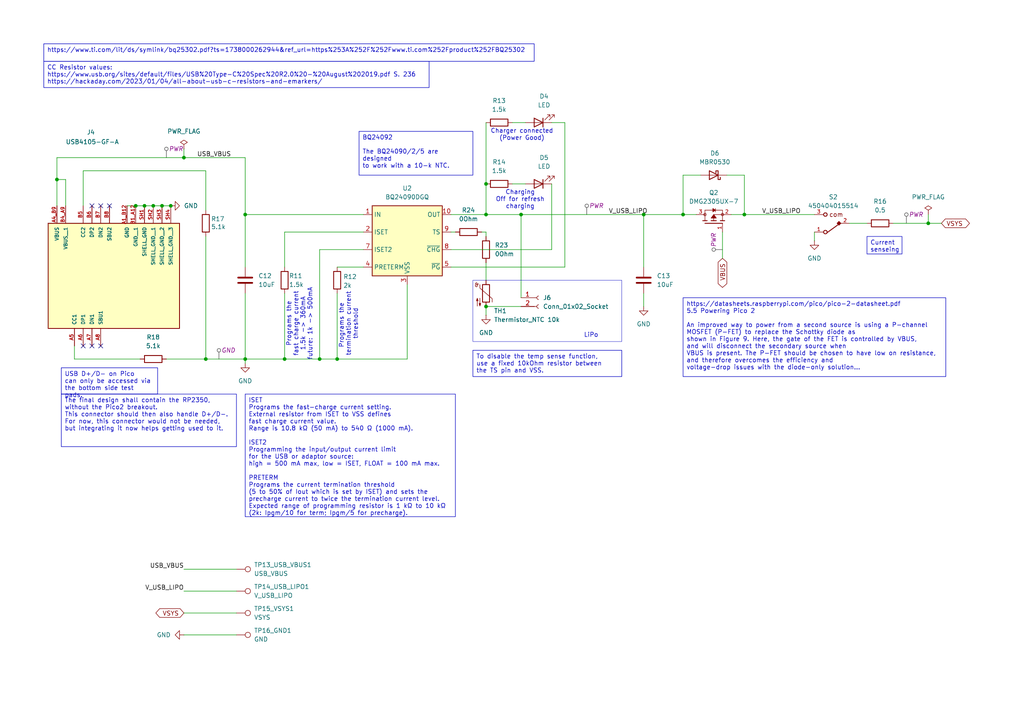
<source format=kicad_sch>
(kicad_sch (version 20231120) (generator "eeschema") (generator_version "8.0")
  (paper "A4")
  (title_block (title "ZEReader-Pico") (date "{kibot_date}") (rev "v1") (company "Anna-Lena Marx") (comment 1 "Bachelorthesis") (comment 4 "Git revision: {kibot_git-hash}"))
  (lib_symbols
    (symbol "450404015514:450404015514" (pin_names (offset 1.016))
      (property "Reference" "S" (at 2.14 4.11 0))
      (property "Value" "450404015514" (at -2.41 -5.12 0))
      (symbol "450404015514_0_0"
        (polyline (pts (xy -1.646 0.5) (xy 1.4 2.7)) (stroke (width 0.254)))
        (polyline (pts (xy -2.032 -0.508) (xy -2.54 0) (xy -2.032 0.508) (xy -1.524 0) (xy -2.032 -0.508)) (stroke (width 0.254)) (fill (type outline)))
        (circle (center 1.905 -2.54) (radius 0.508) (stroke (width 0.254)))
        (circle (center 1.905 2.54) (radius 0.508) (stroke (width 0.254)))
        (text "com" (at -3.3 -1.8 0) (effects (font (size 1.27 1.27)) (justify left bottom)))
        (pin passive line (at 5.08 2.54 180) (length 2.54) (name "~") (number "1"))
        (pin passive line (at -5.08 0 0) (length 2.54) (name "~") (number "2"))
        (pin passive line (at 5.08 -2.54 180) (length 2.54) (name "~") (number "3"))
      )
    )
    (symbol "Battery_Management:BQ24090DGQ"
      (property "Reference" "U" (at -9.398 13.462 0))
      (property "Value" "BQ24090DGQ" (at -3.81 11.43 0))
      (symbol "BQ24090DGQ_0_1"
        (rectangle (start -10.16 10.16) (end 10.16 -10.16) (stroke (width 0.254)) (fill (type background)))
      )
      (symbol "BQ24090DGQ_1_1"
        (pin power_in line (at -12.7 7.62 0) (length 2.54) (name "IN") (number "1"))
        (pin power_out line (at 12.7 7.62 180) (length 2.54) (name "OUT") (number "10"))
        (pin passive line (at 0 -12.7 90) (length 2.54) hide (name "VSS") (number "11"))
        (pin passive line (at -12.7 2.54 0) (length 2.54) (name "ISET") (number "2"))
        (pin power_in line (at 0 -12.7 90) (length 2.54) (name "VSS") (number "3"))
        (pin passive line (at -12.7 -7.62 0) (length 2.54) (name "PRETERM") (number "4"))
        (pin open_collector line (at 12.7 -7.62 180) (length 2.54) (name "~{PG}") (number "5"))
        (pin no_connect line (at 5.08 -10.16 90) (length 2.54) hide (name "NC") (number "6"))
        (pin passive line (at -12.7 -2.54 0) (length 2.54) (name "ISET2") (number "7"))
        (pin open_collector line (at 12.7 -2.54 180) (length 2.54) (name "~{CHG}") (number "8"))
        (pin passive line (at 12.7 2.54 180) (length 2.54) (name "TS") (number "9"))
      )
    )
    (symbol "Connector:Conn_01x02_Socket" (pin_names (offset 1.016) hide)
      (property "Reference" "J" (at 0 2.54 0))
      (property "Value" "Conn_01x02_Socket" (at 0 -5.08 0))
      (symbol "Conn_01x02_Socket_1_1"
        (arc (start 0 -2.032) (mid -0.5058 -2.54) (end 0 -3.048) (stroke (width 0.1524)))
        (polyline (pts (xy -1.27 -2.54) (xy -0.508 -2.54)) (stroke (width 0.1524)))
        (polyline (pts (xy -1.27 0) (xy -0.508 0)) (stroke (width 0.1524)))
        (arc (start 0 0.508) (mid -0.5058 0) (end 0 -0.508) (stroke (width 0.1524)))
        (pin passive line (at -5.08 0 0) (length 3.81) (name "Pin_1") (number "1"))
        (pin passive line (at -5.08 -2.54 0) (length 3.81) (name "Pin_2") (number "2"))
      )
    )
    (symbol "Connector:TestPoint" (pin_numbers hide) (pin_names (offset 0.762) hide)
      (property "Reference" "TP" (at 0 6.858 0))
      (property "Value" "TestPoint" (at 0 5.08 0))
      (symbol "TestPoint_0_1"
        (circle (center 0 3.302) (radius 0.762))
      )
      (symbol "TestPoint_1_1"
        (pin passive line (at 0 0 90) (length 2.54) (name "1") (number "1"))
      )
    )
    (symbol "DMG2305UX-7:DMG2305UX-7" (pin_names (offset 1.016))
      (property "Reference" "Q" (at -8.89 3.81 0))
      (property "Value" "DMG2305UX-7" (at -8.89 -6.35 0))
      (symbol "DMG2305UX-7_0_0"
        (polyline (pts (xy 0 -2.54) (xy 0 2.54)) (stroke (width 0.254)))
        (polyline (pts (xy 0.762 -3.175) (xy 0.762 -2.54)) (stroke (width 0.254)))
        (polyline (pts (xy 0.762 -2.54) (xy 0.762 -1.905)) (stroke (width 0.254)))
        (polyline (pts (xy 0.762 -2.54) (xy 2.54 -2.54)) (stroke (width 0.1524)))
        (polyline (pts (xy 0.762 -0.762) (xy 0.762 0)) (stroke (width 0.254)))
        (polyline (pts (xy 0.762 0) (xy 0.762 0.762)) (stroke (width 0.254)))
        (polyline (pts (xy 0.762 0) (xy 2.54 0)) (stroke (width 0.1524)))
        (polyline (pts (xy 0.762 1.905) (xy 0.762 2.54)) (stroke (width 0.254)))
        (polyline (pts (xy 0.762 2.54) (xy 0.762 3.175)) (stroke (width 0.254)))
        (polyline (pts (xy 2.54 -2.54) (xy 2.54 0)) (stroke (width 0.1524)))
        (polyline (pts (xy 2.54 -2.54) (xy 3.81 -2.54)) (stroke (width 0.1524)))
        (polyline (pts (xy 2.54 2.54) (xy 0.762 2.54)) (stroke (width 0.1524)))
        (polyline (pts (xy 2.54 2.54) (xy 3.81 2.54)) (stroke (width 0.1524)))
        (polyline (pts (xy 3.81 -0.508) (xy 3.302 -0.508)) (stroke (width 0.1524)))
        (polyline (pts (xy 3.81 -0.508) (xy 3.81 -2.54)) (stroke (width 0.1524)))
        (polyline (pts (xy 3.81 2.54) (xy 3.81 -0.508)) (stroke (width 0.1524)))
        (polyline (pts (xy 4.318 -0.508) (xy 3.81 -0.508)) (stroke (width 0.1524)))
        (polyline (pts (xy 2.54 0) (xy 1.524 0.762) (xy 1.524 -0.762) (xy 2.54 0)) (stroke (width 0.1524)) (fill (type outline)))
        (polyline (pts (xy 3.81 -0.508) (xy 3.302 0.254) (xy 4.318 0.254) (xy 3.81 -0.508)) (stroke (width 0.1524)) (fill (type outline)))
        (circle (center 2.54 -2.54) (radius 0.3592))
        (circle (center 2.54 2.54) (radius 0.3592))
        (pin passive line (at -2.54 -2.54 0) (length 2.54) (name "~") (number "1"))
        (pin passive line (at 2.54 -5.08 90) (length 2.54) (name "~") (number "2"))
        (pin passive line (at 2.54 5.08 270) (length 2.54) (name "~") (number "3"))
      )
    )
    (symbol "Device:C" (pin_numbers hide) (pin_names (offset 0.254))
      (property "Reference" "C" (at 0.635 2.54 0))
      (property "Value" "C" (at 0.635 -2.54 0))
      (symbol "C_0_1"
        (polyline (pts (xy -2.032 -0.762) (xy 2.032 -0.762)) (stroke (width 0.508)))
        (polyline (pts (xy -2.032 0.762) (xy 2.032 0.762)) (stroke (width 0.508)))
      )
      (symbol "C_1_1"
        (pin passive line (at 0 3.81 270) (length 2.794) (name "~") (number "1"))
        (pin passive line (at 0 -3.81 90) (length 2.794) (name "~") (number "2"))
      )
    )
    (symbol "Device:LED" (pin_numbers hide) (pin_names (offset 1.016) hide)
      (property "Reference" "D" (at 0 2.54 0))
      (property "Value" "LED" (at 0 -2.54 0))
      (symbol "LED_0_1"
        (polyline (pts (xy -1.27 -1.27) (xy -1.27 1.27)) (stroke (width 0.254)))
        (polyline (pts (xy -1.27 0) (xy 1.27 0)))
        (polyline (pts (xy 1.27 -1.27) (xy 1.27 1.27) (xy -1.27 0) (xy 1.27 -1.27)) (stroke (width 0.254)))
        (polyline (pts (xy -3.048 -0.762) (xy -4.572 -2.286) (xy -3.81 -2.286) (xy -4.572 -2.286) (xy -4.572 -1.524)))
        (polyline (pts (xy -1.778 -0.762) (xy -3.302 -2.286) (xy -2.54 -2.286) (xy -3.302 -2.286) (xy -3.302 -1.524)))
      )
      (symbol "LED_1_1"
        (pin passive line (at -3.81 0 0) (length 2.54) (name "K") (number "1"))
        (pin passive line (at 3.81 0 180) (length 2.54) (name "A") (number "2"))
      )
    )
    (symbol "Device:R" (pin_numbers hide) (pin_names (offset 0))
      (property "Reference" "R" (at 2.032 0 90))
      (property "Value" "R" (at 0 0 90))
      (symbol "R_0_1"
        (rectangle (start -1.016 -2.54) (end 1.016 2.54) (stroke (width 0.254)))
      )
      (symbol "R_1_1"
        (pin passive line (at 0 3.81 270) (length 1.27) (name "~") (number "1"))
        (pin passive line (at 0 -3.81 90) (length 1.27) (name "~") (number "2"))
      )
    )
    (symbol "Device:Thermistor_NTC" (pin_numbers hide) (pin_names (offset 0))
      (property "Reference" "TH" (at -4.445 0 90))
      (property "Value" "Thermistor_NTC" (at 3.175 0 90))
      (symbol "Thermistor_NTC_0_1"
        (arc (start -3.048 2.159) (mid -3.0495 2.3143) (end -3.175 2.413))
        (arc (start -3.048 2.159) (mid -2.9736 1.9794) (end -2.794 1.905))
        (arc (start -3.048 2.794) (mid -2.9736 2.6144) (end -2.794 2.54))
        (arc (start -2.794 1.905) (mid -2.6144 1.9794) (end -2.54 2.159))
        (arc (start -2.794 2.54) (mid -2.4393 2.5587) (end -2.159 2.794))
        (arc (start -2.794 3.048) (mid -2.9736 2.9736) (end -3.048 2.794))
        (arc (start -2.54 2.794) (mid -2.6144 2.9736) (end -2.794 3.048))
        (rectangle (start -1.016 2.54) (end 1.016 -2.54) (stroke (width 0.254)))
        (polyline (pts (xy -2.54 2.159) (xy -2.54 2.794)))
        (polyline (pts (xy -1.778 2.54) (xy -1.778 1.524) (xy 1.778 -1.524) (xy 1.778 -2.54)))
        (polyline (pts (xy -2.54 -3.683) (xy -2.54 -1.397) (xy -2.794 -2.159) (xy -2.286 -2.159) (xy -2.54 -1.397) (xy -2.54 -1.651)) (fill (type outline)))
        (polyline (pts (xy -1.778 -1.397) (xy -1.778 -3.683) (xy -2.032 -2.921) (xy -1.524 -2.921) (xy -1.778 -3.683) (xy -1.778 -3.429)) (fill (type outline)))
      )
      (symbol "Thermistor_NTC_1_1"
        (pin passive line (at 0 3.81 270) (length 1.27) (name "~") (number "1"))
        (pin passive line (at 0 -3.81 90) (length 1.27) (name "~") (number "2"))
      )
    )
    (symbol "Diode:MBR0530" (pin_numbers hide) (pin_names (offset 1.016) hide)
      (property "Reference" "D" (at 0 2.54 0))
      (property "Value" "MBR0530" (at 0 -2.54 0))
      (symbol "MBR0530_0_1"
        (polyline (pts (xy 1.27 0) (xy -1.27 0)))
        (polyline (pts (xy 1.27 1.27) (xy 1.27 -1.27) (xy -1.27 0) (xy 1.27 1.27)) (stroke (width 0.254)))
        (polyline (pts (xy -1.905 0.635) (xy -1.905 1.27) (xy -1.27 1.27) (xy -1.27 -1.27) (xy -0.635 -1.27) (xy -0.635 -0.635)) (stroke (width 0.254)))
      )
      (symbol "MBR0530_1_1"
        (pin passive line (at -3.81 0 0) (length 2.54) (name "K") (number "1"))
        (pin passive line (at 3.81 0 180) (length 2.54) (name "A") (number "2"))
      )
    )
    (symbol "USB4105-GF-A:USB4105-GF-A" (pin_names (offset 1.016))
      (property "Reference" "J" (at -15.24 13.97 0))
      (property "Value" "USB4105-GF-A" (at -15.24 -27.94 0))
      (symbol "USB4105-GF-A_0_0"
        (rectangle (start -15.24 -25.4) (end 15.24 12.7) (stroke (width 0.254)) (fill (type background)))
        (pin power_in line (at 20.32 -10.16 180) (length 5.08) (name "GND") (number "A1_B12"))
        (pin power_in line (at 20.32 10.16 180) (length 5.08) (name "VBUS") (number "A4_B9"))
        (pin bidirectional line (at -20.32 5.08 0) (length 5.08) (name "CC1") (number "A5"))
        (pin bidirectional line (at -20.32 2.54 0) (length 5.08) (name "DP1") (number "A6"))
        (pin bidirectional line (at -20.32 0 0) (length 5.08) (name "DN1") (number "A7"))
        (pin bidirectional line (at -20.32 -2.54 0) (length 5.08) (name "SBU1") (number "A8"))
        (pin power_in line (at 20.32 -12.7 180) (length 5.08) (name "GND__1") (number "B1_A12"))
        (pin power_in line (at 20.32 7.62 180) (length 5.08) (name "VBUS__1") (number "B4_A9"))
        (pin bidirectional line (at 20.32 2.54 180) (length 5.08) (name "CC2") (number "B5"))
        (pin bidirectional line (at 20.32 0 180) (length 5.08) (name "DP2") (number "B6"))
        (pin bidirectional line (at 20.32 -2.54 180) (length 5.08) (name "DN2") (number "B7"))
        (pin bidirectional line (at 20.32 -5.08 180) (length 5.08) (name "SBU2") (number "B8"))
        (pin power_in line (at 20.32 -15.24 180) (length 5.08) (name "SHELL_GND") (number "SH1"))
        (pin power_in line (at 20.32 -17.78 180) (length 5.08) (name "SHELL_GND__1") (number "SH2"))
        (pin power_in line (at 20.32 -20.32 180) (length 5.08) (name "SHELL_GND__2") (number "SH3"))
        (pin power_in line (at 20.32 -22.86 180) (length 5.08) (name "SHELL_GND__3") (number "SH4"))
      )
    )
    (symbol "power:GND" (power) (pin_numbers hide) (pin_names (offset 0) hide)
      (property "Value" "GND" (at 0 -3.81 0))
      (symbol "GND_0_1"
        (polyline (pts (xy 0 0) (xy 0 -1.27) (xy 1.27 -1.27) (xy 0 -2.54) (xy -1.27 -1.27) (xy 0 -1.27)))
      )
      (symbol "GND_1_1"
        (pin power_in line (at 0 0 270) (length 0) (name "~") (number "1"))
      )
    )
    (symbol "power:PWR_FLAG" (power) (pin_numbers hide) (pin_names (offset 0) hide)
      (property "Value" "PWR_FLAG" (at 0 3.81 0))
      (symbol "PWR_FLAG_0_0"
        (pin power_out line (at 0 0 90) (length 0) (name "~") (number "1"))
      )
      (symbol "PWR_FLAG_0_1"
        (polyline (pts (xy 0 0) (xy 0 1.27) (xy -1.016 1.905) (xy 0 2.54) (xy 1.016 1.905) (xy 0 1.27)))
      )
    )
  )
  (junction (at 39.37 59.69))
  (junction (at 46.99 59.69))
  (junction (at 140.97 53.34))
  (junction (at 186.69 62.23))
  (junction (at 215.9 62.23))
  (junction (at 71.12 62.23))
  (junction (at 198.12 62.23))
  (junction (at 269.24 64.77))
  (junction (at 140.97 88.9))
  (junction (at 59.69 104.14))
  (junction (at 151.13 62.23))
  (junction (at 71.12 104.14))
  (junction (at 97.79 104.14))
  (junction (at 16.51 52.07))
  (junction (at 140.97 62.23))
  (junction (at 92.71 104.14))
  (junction (at 49.53 59.69))
  (junction (at 82.55 104.14))
  (junction (at 41.91 59.69))
  (junction (at 53.34 45.72))
  (junction (at 44.45 59.69))
  (no_connect (at 29.21 100.33))
  (no_connect (at 29.21 59.69))
  (no_connect (at 31.75 59.69))
  (no_connect (at 24.13 100.33))
  (no_connect (at 26.67 100.33))
  (no_connect (at 26.67 59.69))
  (wire (pts (xy 259.08 64.77) (xy 269.24 64.77)))
  (wire (pts (xy 97.79 104.14) (xy 92.71 104.14)))
  (wire (pts (xy 186.69 62.23) (xy 186.69 77.47)))
  (wire (pts (xy 53.34 177.8) (xy 68.58 177.8)))
  (wire (pts (xy 163.83 77.47) (xy 130.81 77.47)))
  (wire (pts (xy 48.26 104.14) (xy 59.69 104.14)))
  (wire (pts (xy 160.02 35.56) (xy 163.83 35.56)))
  (wire (pts (xy 71.12 104.14) (xy 82.55 104.14)))
  (wire (pts (xy 24.13 49.53) (xy 24.13 59.69)))
  (wire (pts (xy 19.05 59.69) (xy 19.05 52.07)))
  (wire (pts (xy 82.55 104.14) (xy 92.71 104.14)))
  (wire (pts (xy 21.59 104.14) (xy 21.59 100.33)))
  (wire (pts (xy 203.2 50.8) (xy 198.12 50.8)))
  (wire (pts (xy 36.83 59.69) (xy 39.37 59.69)))
  (wire (pts (xy 140.97 88.9) (xy 140.97 91.44)))
  (wire (pts (xy 140.97 76.2) (xy 140.97 81.28)))
  (wire (pts (xy 41.91 59.69) (xy 44.45 59.69)))
  (wire (pts (xy 82.55 85.09) (xy 82.55 104.14)))
  (wire (pts (xy 71.12 85.09) (xy 71.12 104.14)))
  (wire (pts (xy 53.34 171.45) (xy 68.58 171.45)))
  (wire (pts (xy 236.22 69.85) (xy 236.22 67.31)))
  (wire (pts (xy 97.79 77.47) (xy 105.41 77.47)))
  (wire (pts (xy 68.58 184.15) (xy 53.34 184.15)))
  (wire (pts (xy 46.99 59.69) (xy 49.53 59.69)))
  (wire (pts (xy 105.41 67.31) (xy 82.55 67.31)))
  (wire (pts (xy 148.59 35.56) (xy 152.4 35.56)))
  (wire (pts (xy 198.12 50.8) (xy 198.12 62.23)))
  (wire (pts (xy 151.13 62.23) (xy 140.97 62.23)))
  (wire (pts (xy 71.12 62.23) (xy 71.12 77.47)))
  (wire (pts (xy 186.69 85.09) (xy 186.69 88.9)))
  (wire (pts (xy 151.13 62.23) (xy 151.13 86.36)))
  (wire (pts (xy 97.79 85.09) (xy 97.79 104.14)))
  (wire (pts (xy 160.02 53.34) (xy 160.02 72.39)))
  (wire (pts (xy 92.71 72.39) (xy 92.71 104.14)))
  (wire (pts (xy 118.11 104.14) (xy 97.79 104.14)))
  (wire (pts (xy 215.9 62.23) (xy 212.09 62.23)))
  (wire (pts (xy 16.51 52.07) (xy 16.51 59.69)))
  (wire (pts (xy 16.51 45.72) (xy 53.34 45.72)))
  (wire (pts (xy 209.55 67.31) (xy 209.55 74.93)))
  (wire (pts (xy 71.12 62.23) (xy 105.41 62.23)))
  (wire (pts (xy 59.69 104.14) (xy 71.12 104.14)))
  (wire (pts (xy 148.59 53.34) (xy 152.4 53.34)))
  (wire (pts (xy 16.51 45.72) (xy 16.51 52.07)))
  (wire (pts (xy 198.12 62.23) (xy 186.69 62.23)))
  (wire (pts (xy 140.97 88.9) (xy 151.13 88.9)))
  (wire (pts (xy 105.41 72.39) (xy 92.71 72.39)))
  (wire (pts (xy 59.69 49.53) (xy 24.13 49.53)))
  (wire (pts (xy 210.82 50.8) (xy 215.9 50.8)))
  (wire (pts (xy 186.69 62.23) (xy 151.13 62.23)))
  (wire (pts (xy 269.24 64.77) (xy 273.05 64.77)))
  (wire (pts (xy 71.12 45.72) (xy 71.12 62.23)))
  (wire (pts (xy 160.02 72.39) (xy 130.81 72.39)))
  (wire (pts (xy 269.24 62.23) (xy 269.24 64.77)))
  (wire (pts (xy 59.69 49.53) (xy 59.69 60.96)))
  (wire (pts (xy 130.81 62.23) (xy 140.97 62.23)))
  (wire (pts (xy 59.69 68.58) (xy 59.69 104.14)))
  (wire (pts (xy 215.9 62.23) (xy 236.22 62.23)))
  (wire (pts (xy 53.34 45.72) (xy 71.12 45.72)))
  (wire (pts (xy 246.38 64.77) (xy 251.46 64.77)))
  (wire (pts (xy 140.97 62.23) (xy 140.97 53.34)))
  (wire (pts (xy 215.9 50.8) (xy 215.9 62.23)))
  (wire (pts (xy 82.55 67.31) (xy 82.55 77.47)))
  (wire (pts (xy 44.45 59.69) (xy 46.99 59.69)))
  (wire (pts (xy 39.37 59.69) (xy 41.91 59.69)))
  (wire (pts (xy 53.34 165.1) (xy 68.58 165.1)))
  (wire (pts (xy 140.97 35.56) (xy 140.97 53.34)))
  (wire (pts (xy 130.81 67.31) (xy 132.08 67.31)))
  (wire (pts (xy 139.7 67.31) (xy 140.97 67.31)))
  (wire (pts (xy 71.12 104.14) (xy 71.12 105.41)))
  (wire (pts (xy 198.12 62.23) (xy 201.93 62.23)))
  (wire (pts (xy 53.34 43.18) (xy 53.34 45.72)))
  (wire (pts (xy 21.59 104.14) (xy 40.64 104.14)))
  (wire (pts (xy 118.11 82.55) (xy 118.11 104.14)))
  (wire (pts (xy 19.05 52.07) (xy 16.51 52.07)))
  (wire (pts (xy 140.97 67.31) (xy 140.97 68.58)))
  (wire (pts (xy 163.83 35.56) (xy 163.83 77.47)))
  (rectangle (start 137.16 81.28) (end 180.34 99.06) (stroke (width 0.1)))
  (text_box "CC Resistor values:\nhttps://www.usb.org/sites/default/files/USB%20Type-C%20Spec%20R2.0%20-%20August%202019.pdf S. 236\nhttps://hackaday.com/2023/01/04/all-about-usb-c-resistors-and-emarkers/" (at 12.7 17.78 0) (size 111.76 7.62) (effects (font (size 1.27 1.27)) (justify left top)))
  (text_box "To disable the temp sense function, \nuse a fixed 10kOhm resistor between \nthe TS pin and VSS." (at 137.16 101.6 0) (size 43.18 7.62) (effects (font (size 1.27 1.27)) (justify left top)))
  (text_box "BQ24092\n\nThe BQ24090/2/5 are designed\nto work with a 10-k NTC." (at 104.14 38.1 0) (size 33.02 12.7) (effects (font (size 1.27 1.27)) (justify left top)))
  (text_box "https://www.ti.com/lit/ds/symlink/bq25302.pdf?ts=1738000262944&ref_url=https%253A%252F%252Fwww.ti.com%252Fproduct%252FBQ25302" (at 12.7 12.7 0) (size 142.24 5.08) (effects (font (size 1.27 1.27)) (justify left top)))
  (text_box "https://datasheets.raspberrypi.com/pico/pico-2-datasheet.pdf\n5.5 Powering Pico 2\n\nAn improved way to power from a second source is using a P-channel \nMOSFET (P-FET) to replace the Schottky diode as\nshown in Figure 9. Here, the gate of the FET is controlled by VBUS,\nand will disconnect the secondary source when\nVBUS is present. The P-FET should be chosen to have low on resistance,\nand therefore overcomes the efficiency and\nvoltage-drop issues with the diode-only solution..." (at 198.12 86.36 0) (size 76.2 22.86) (effects (font (size 1.27 1.27)) (justify left top)))
  (text_box "ISET\nPrograms the fast-charge current setting.\nExternal resistor from ISET to VSS defines \nfast charge current value.\nRange is 10.8 kΩ (50 mA) to 540 Ω (1000 mA).\n\nISET2\nProgramming the input/output current limit \nfor the USB or adaptor source:\nhigh = 500 mA max, low = ISET, FLOAT = 100 mA max.\n\nPRETERM\nPrograms the current termination threshold \n(5 to 50% of Iout which is set by ISET) and sets the \nprecharge current to twice the termination current level.\nExpected range of programming resistor is 1 kΩ to 10 kΩ\n(2k: Ipgm/10 for term; Ipgm/5 for precharge)." (at 71.12 114.3 0) (size 60.96 35.56) (effects (font (size 1.27 1.27)) (justify left top)))
  (text_box "The final design shall contain the RP2350,\nwithout the Pico2 breakout.\nThis connector should then also handle D+/D-.\nFor now, this connector would not be needed, \nbut integrating it now helps getting used to it." (at 17.78 114.3 0) (size 50.8 15.24) (effects (font (size 1.27 1.27)) (justify left top)))
  (text_box "USB D+/D- on Pico\ncan only be accessed via\nthe bottom side test pads." (at 17.78 106.68 0) (size 27.94 7.62) (effects (font (size 1.27 1.27)) (justify left top)))
  (text_box "Current\nsenseing" (at 251.46 68.58 0) (size 10.16 5.08) (effects (font (size 1.27 1.27)) (justify left top)))
  (text "Charger connected\n(Power Good)" (at 151.384 39.116 0) (effects (font (size 1.27 1.27))))
  (text "LiPo" (at 171.45 97.282 0) (effects (font (size 1.27 1.27))))
  (text "Charging\nOff for refresh\ncharging" (at 150.876 57.912 0) (effects (font (size 1.27 1.27))))
  (text "Programs the \ntermination current\nthreshold" (at 101.092 93.98 90) (effects (font (size 1.27 1.27))))
  (text "Programs the\nfast charge current\n1.5k -> 360mA\nfuture: 1k -> 500mA" (at 86.868 93.98 90) (effects (font (size 1.27 1.27))))
  (label "V_USB_LIPO" (at 176.53 62.23 0))
  (label "USB_VBUS" (at 57.15 45.72 0))
  (label "V_USB_LIPO" (at 53.34 171.45 180))
  (label "USB_VBUS" (at 53.34 165.1 180))
  (label "V_USB_LIPO" (at 220.98 62.23 0))
  (global_label "VBUS" (shape bidirectional) (at 209.55 74.93 270) (property "Intersheetrefs" "${INTERSHEET_REFS}" (effects (hide yes))))
  (global_label "VSYS" (shape bidirectional) (at 273.05 64.77 0) (property "Intersheetrefs" "${INTERSHEET_REFS}" (effects (hide yes))))
  (global_label "VSYS" (shape bidirectional) (at 53.34 177.8 180) (property "Intersheetrefs" "${INTERSHEET_REFS}" (effects (hide yes))))
  (netclass_flag "" (length 2.54) (shape round) (at 170.18 62.23 0) (property "Netclass" "PWR" (at 170.8785 59.69 0) (effects (font (italic yes)) (justify left))))
  (netclass_flag "" (length 2.54) (shape round) (at 63.5 104.14 0) (property "Netclass" "GND" (at 64.1985 101.6 0) (effects (font (italic yes)) (justify left))))
  (netclass_flag "" (length 2.54) (shape round) (at 209.55 72.39 90) (property "Netclass" "PWR" (at 207.01 71.6915 90) (effects (font (italic yes)) (justify left))))
  (netclass_flag "" (length 2.54) (shape round) (at 48.26 45.72 0) (property "Netclass" "PWR" (at 48.9585 43.18 0) (effects (font (italic yes)) (justify left))))
  (netclass_flag "" (length 2.54) (shape round) (at 262.89 64.77 0) (property "Netclass" "PWR" (at 263.5885 62.23 0) (effects (font (italic yes)) (justify left))))
  (symbol (lib_id "Connector:TestPoint") (at 68.58 171.45 270) (unit 1)
    (property "Reference" "TP14_USB_LIPO1" (at 73.66 170.1799 90) (effects (justify left)))
    (property "Value" "V_USB_LIPO" (at 73.66 172.7199 90) (effects (justify left)))
    (property "Footprint" "TestPoint:TestPoint_Pad_D2.5mm" (effects (hide yes)))
    (property "Description" "test point" (effects (hide yes)))
  )
  (symbol (lib_id "Device:LED") (at 156.21 35.56 180) (unit 1)
    (property "Reference" "D4" (at 157.7975 27.94 0))
    (property "Value" "LED" (at 157.7975 30.48 0))
    (property "Footprint" "LED_SMD:LED_1206_3216Metric_Pad1.42x1.75mm_HandSolder" (effects (hide yes)))
    (property "Description" "Light emitting diode" (effects (hide yes)))
  )
  (symbol (lib_id "Connector:Conn_01x02_Socket") (at 156.21 86.36 0) (unit 1)
    (property "Reference" "J6" (at 157.48 86.3599 0) (effects (justify left)))
    (property "Value" "Conn_01x02_Socket" (at 157.48 88.8999 0) (effects (justify left)))
    (property "Footprint" "Connector_JST:JST_PH_S2B-PH-K_1x02_P2.00mm_Horizontal" (effects (hide yes)))
    (property "Description" "Generic connector, single row, 01x02, script generated" (effects (hide yes)))
  )
  (symbol (lib_id "Battery_Management:BQ24090DGQ") (at 118.11 69.85 0) (unit 1)
    (property "Reference" "U2" (at 118.11 54.61 0))
    (property "Value" "BQ24090DGQ" (at 118.11 57.15 0))
    (property "Footprint" "Package_SO:HVSSOP-10-1EP_3x3mm_P0.5mm_EP1.57x1.88mm_ThermalVias" (effects (hide yes)))
    (property "Datasheet" "http://www.ti.com/lit/ds/symlink/bq24090.pdf" (effects (hide yes)))
    (property "Description" "1A, Single-Input, SingleCell Li-Ion and Li-Pol BatteryCharger, HVSSOP-10" (effects (hide yes)))
  )
  (symbol (lib_id "Device:R") (at 44.45 104.14 90) (unit 1)
    (property "Reference" "R18" (at 44.45 97.79 90))
    (property "Value" "5.1k" (at 44.45 100.33 90))
    (property "Footprint" "Resistor_SMD:R_1206_3216Metric_Pad1.30x1.75mm_HandSolder" (effects (hide yes)))
    (property "Description" "Resistor" (effects (hide yes)))
  )
  (symbol (lib_id "power:GND") (at 236.22 69.85 0) (unit 1)
    (property "Reference" "#PWR026" (effects (hide yes)))
    (property "Value" "GND" (at 236.22 74.93 0))
    (property "Description" "Power symbol creates a global label with name \"GND\" , ground" (effects (hide yes)))
  )
  (symbol (lib_id "Device:R") (at 135.89 67.31 270) (unit 1)
    (property "Reference" "R24" (at 135.89 60.96 90))
    (property "Value" "0Ohm" (at 135.89 63.5 90))
    (property "Footprint" "Resistor_SMD:R_1206_3216Metric_Pad1.30x1.75mm_HandSolder" (effects (hide yes)))
    (property "Description" "Resistor" (effects (hide yes)))
  )
  (symbol (lib_id "DMG2305UX-7:DMG2305UX-7") (at 207.01 64.77 90) (unit 1)
    (property "Reference" "Q2" (at 207.01 55.88 90))
    (property "Value" "DMG2305UX-7" (at 207.01 58.42 90))
    (property "Footprint" "prj-footprints:SOT91P240X110-3N_DMG2305UX-7" (effects (hide yes)))
    (property "Datasheet" "https://www.diodes.com/assets/Datasheets/DMG2305UX.pdf" (effects (hide yes)))
    (property "MF" "Diodes Inc." (effects (hide yes)))
    (property "MAXIMUM_PACKAGE_HEIGHT" "1.1mm" (effects (hide yes)))
    (property "Package" "SOT-23 Diodes Inc." (effects (hide yes)))
    (property "Price" "None" (effects (hide yes)))
    (property "Check_prices" "https://www.snapeda.com/parts/DMG2305UX-7/Diodes+Inc./view-part/?ref=eda" (effects (hide yes)))
    (property "STANDARD" "IPC-7351B" (effects (hide yes)))
    (property "PARTREV" "09/2018" (effects (hide yes)))
    (property "SnapEDA_Link" "https://www.snapeda.com/parts/DMG2305UX-7/Diodes+Inc./view-part/?ref=snap" (effects (hide yes)))
    (property "MP" "DMG2305UX-7" (effects (hide yes)))
    (property "Description_1" "MOSFET P-Ch 20V 5A Enhancement SOT23 | Diodes Inc DMG2305UX-7                \n" (effects (hide yes)))
    (property "Availability" "In Stock" (effects (hide yes)))
    (property "MANUFACTURER" "Diodes Inc." (effects (hide yes)))
  )
  (symbol (lib_id "power:GND") (at 49.53 59.69 90) (unit 1)
    (property "Reference" "#PWR032" (effects (hide yes)))
    (property "Value" "GND" (at 53.34 59.6899 90) (effects (justify right)))
    (property "Description" "Power symbol creates a global label with name \"GND\" , ground" (effects (hide yes)))
  )
  (symbol (lib_id "450404015514:450404015514") (at 241.3 64.77 180) (unit 1)
    (property "Reference" "S2" (at 241.68 57.15 0))
    (property "Value" "450404015514" (at 241.68 59.69 0))
    (property "Footprint" "prj-footprints:450404015514" (effects (hide yes)))
    (property "Datasheet" "https://www.we-online.com/components/products/datasheet/450404015514.pdf" (effects (hide yes)))
    (property "MF" "Würth Elektronik" (effects (hide yes)))
    (property "Description_1" "Slide Switch SPDT Surface Mount" (effects (hide yes)))
    (property "Package" "None" (effects (hide yes)))
    (property "Price" "None" (effects (hide yes)))
    (property "IR" "300mA" (effects (hide yes)))
    (property "QTY" "150" (effects (hide yes)))
    (property "PACKAGING" "Tape and Reel" (effects (hide yes)))
    (property "VR" "5V(DC)" (effects (hide yes)))
    (property "SnapEDA_Link" "https://www.snapeda.com/parts/450404015514/W%25C3%25BCrth+Elektronik+Midcom/view-part/?ref=snap" (effects (hide yes)))
    (property "DATASHEET-URL" "https://www.we-online.com/catalog/datasheet/450404015514.pdf" (effects (hide yes)))
    (property "MP" "450404015514" (effects (hide yes)))
    (property "PART-NUMBER" "450404015514" (effects (hide yes)))
    (property "Availability" "In Stock" (effects (hide yes)))
    (property "Check_prices" "https://www.snapeda.com/parts/450404015514/W%25C3%25BCrth+Elektronik+Midcom/view-part/?ref=eda" (effects (hide yes)))
  )
  (symbol (lib_id "Device:Thermistor_NTC") (at 140.97 85.09 0) (unit 1)
    (property "Reference" "TH1" (at 143.256 90.17 0) (effects (justify left)))
    (property "Value" "Thermistor_NTC 10k" (at 143.256 92.71 0) (effects (justify left)))
    (property "Footprint" "Resistor_SMD:R_1206_3216Metric_Pad1.30x1.75mm_HandSolder" (effects (hide yes)))
    (property "Description" "Temperature dependent resistor, negative temperature coefficient" (effects (hide yes)))
  )
  (symbol (lib_id "power:PWR_FLAG") (at 269.24 62.23 0) (unit 1)
    (property "Reference" "#FLG02" (effects (hide yes)))
    (property "Value" "PWR_FLAG" (at 269.24 57.15 0))
    (property "Description" "Special symbol for telling ERC where power comes from" (effects (hide yes)))
  )
  (symbol (lib_id "Device:R") (at 97.79 81.28 0) (unit 1)
    (property "Reference" "R12" (at 99.568 80.264 0) (effects (justify left)))
    (property "Value" "2k" (at 99.568 82.804 0) (effects (justify left)))
    (property "Footprint" "Resistor_SMD:R_1206_3216Metric_Pad1.30x1.75mm_HandSolder" (effects (hide yes)))
    (property "Description" "Resistor" (effects (hide yes)))
  )
  (symbol (lib_id "power:GND") (at 140.97 91.44 0) (unit 1)
    (property "Reference" "#PWR024" (effects (hide yes)))
    (property "Value" "GND" (at 140.97 96.52 0))
    (property "Description" "Power symbol creates a global label with name \"GND\" , ground" (effects (hide yes)))
  )
  (symbol (lib_id "Device:R") (at 144.78 53.34 90) (unit 1)
    (property "Reference" "R14" (at 144.78 46.99 90))
    (property "Value" "1.5k" (at 144.78 49.53 90))
    (property "Footprint" "Resistor_SMD:R_1206_3216Metric_Pad1.30x1.75mm_HandSolder" (effects (hide yes)))
    (property "Description" "Resistor" (effects (hide yes)))
  )
  (symbol (lib_id "Connector:TestPoint") (at 68.58 165.1 270) (unit 1)
    (property "Reference" "TP13_USB_VBUS1" (at 73.66 163.8299 90) (effects (justify left)))
    (property "Value" "USB_VBUS" (at 73.66 166.3699 90) (effects (justify left)))
    (property "Footprint" "TestPoint:TestPoint_Pad_D2.5mm" (effects (hide yes)))
    (property "Description" "test point" (effects (hide yes)))
  )
  (symbol (lib_id "power:GND") (at 53.34 184.15 270) (unit 1)
    (property "Reference" "#PWR031" (effects (hide yes)))
    (property "Value" "GND" (at 49.53 184.1499 90) (effects (justify right)))
    (property "Description" "Power symbol creates a global label with name \"GND\" , ground" (effects (hide yes)))
  )
  (symbol (lib_id "power:PWR_FLAG") (at 53.34 43.18 0) (unit 1)
    (property "Reference" "#FLG01" (effects (hide yes)))
    (property "Value" "PWR_FLAG" (at 53.34 38.1 0))
    (property "Description" "Special symbol for telling ERC where power comes from" (effects (hide yes)))
  )
  (symbol (lib_id "Device:R") (at 82.55 81.28 0) (unit 1)
    (property "Reference" "R11" (at 83.82 80.01 0) (effects (justify left)))
    (property "Value" "1.5k" (at 83.82 82.55 0) (effects (justify left)))
    (property "Footprint" "Resistor_SMD:R_1206_3216Metric_Pad1.30x1.75mm_HandSolder" (effects (hide yes)))
    (property "Description" "Resistor" (effects (hide yes)))
  )
  (symbol (lib_id "power:GND") (at 186.69 88.9 0) (unit 1)
    (property "Reference" "#PWR025" (effects (hide yes)))
    (property "Value" "GND" (at 186.69 93.98 0))
    (property "Description" "Power symbol creates a global label with name \"GND\" , ground" (effects (hide yes)))
  )
  (symbol (lib_id "Connector:TestPoint") (at 68.58 184.15 270) (unit 1)
    (property "Reference" "TP16_GND1" (at 73.66 182.8799 90) (effects (justify left)))
    (property "Value" "GND" (at 73.66 185.4199 90) (effects (justify left)))
    (property "Footprint" "TestPoint:TestPoint_Pad_D2.5mm" (effects (hide yes)))
    (property "Description" "test point" (effects (hide yes)))
  )
  (symbol (lib_id "USB4105-GF-A:USB4105-GF-A") (at 26.67 80.01 90) (unit 1)
    (property "Reference" "J4" (at 25.146 38.354 90) (effects (justify right)))
    (property "Value" "USB4105-GF-A" (at 19.05 41.148 90) (effects (justify right)))
    (property "Footprint" "prj-footprints:GCT_USB4105-GF-A" (effects (hide yes)))
    (property "PARTREV" "B4" (effects (hide yes)))
    (property "STANDARD" "Manufacturer Recommendations" (effects (hide yes)))
    (property "MAXIMUM_PACKAGE_HEIGHT" "3.31 mm" (effects (hide yes)))
    (property "MANUFACTURER" "GCT" (effects (hide yes)))
  )
  (symbol (lib_id "Device:LED") (at 156.21 53.34 180) (unit 1)
    (property "Reference" "D5" (at 157.7975 45.72 0))
    (property "Value" "LED" (at 157.7975 48.26 0))
    (property "Footprint" "LED_SMD:LED_1206_3216Metric_Pad1.42x1.75mm_HandSolder" (effects (hide yes)))
    (property "Description" "Light emitting diode" (effects (hide yes)))
  )
  (symbol (lib_id "Diode:MBR0530") (at 207.01 50.8 180) (unit 1)
    (property "Reference" "D6" (at 207.3275 44.45 0))
    (property "Value" "MBR0530" (at 207.3275 46.99 0))
    (property "Footprint" "Diode_SMD:D_SOD-123" (effects (hide yes)))
    (property "Datasheet" "http://www.mccsemi.com/up_pdf/MBR0520~MBR0580(SOD123).pdf" (effects (hide yes)))
    (property "Description" "30V 0.5A Schottky Power Rectifier Diode, SOD-123" (effects (hide yes)))
  )
  (symbol (lib_id "Device:R") (at 59.69 64.77 0) (unit 1)
    (property "Reference" "R17" (at 61.214 63.5 0) (effects (justify left)))
    (property "Value" "5.1k" (at 61.214 65.786 0) (effects (justify left)))
    (property "Footprint" "Resistor_SMD:R_1206_3216Metric_Pad1.30x1.75mm_HandSolder" (effects (hide yes)))
    (property "Description" "Resistor" (effects (hide yes)))
  )
  (symbol (lib_id "power:GND") (at 71.12 105.41 0) (unit 1)
    (property "Reference" "#PWR023" (effects (hide yes)))
    (property "Value" "GND" (at 71.12 110.49 0))
    (property "Description" "Power symbol creates a global label with name \"GND\" , ground" (effects (hide yes)))
  )
  (symbol (lib_id "Device:R") (at 144.78 35.56 90) (unit 1)
    (property "Reference" "R13" (at 144.78 29.21 90))
    (property "Value" "1.5k" (at 144.78 31.75 90))
    (property "Footprint" "Resistor_SMD:R_1206_3216Metric_Pad1.30x1.75mm_HandSolder" (effects (hide yes)))
    (property "Description" "Resistor" (effects (hide yes)))
  )
  (symbol (lib_id "Device:R") (at 255.27 64.77 90) (unit 1)
    (property "Reference" "R16" (at 255.27 58.42 90))
    (property "Value" "0.5" (at 255.27 60.96 90))
    (property "Footprint" "Resistor_SMD:R_1206_3216Metric_Pad1.30x1.75mm_HandSolder" (effects (hide yes)))
    (property "Description" "Resistor" (effects (hide yes)))
  )
  (symbol (lib_id "Device:R") (at 140.97 72.39 180) (unit 1)
    (property "Reference" "R23" (at 143.51 71.1199 0) (effects (justify right)))
    (property "Value" "0Ohm" (at 143.51 73.6599 0) (effects (justify right)))
    (property "Footprint" "Resistor_SMD:R_1206_3216Metric_Pad1.30x1.75mm_HandSolder" (effects (hide yes)))
    (property "Description" "Resistor" (effects (hide yes)))
  )
  (symbol (lib_id "Device:C") (at 71.12 81.28 0) (unit 1)
    (property "Reference" "C12" (at 74.93 80.0099 0) (effects (justify left)))
    (property "Value" "10uF" (at 74.93 82.5499 0) (effects (justify left)))
    (property "Footprint" "Capacitor_SMD:C_1206_3216Metric_Pad1.33x1.80mm_HandSolder" (effects (hide yes)))
    (property "Description" "Unpolarized capacitor" (effects (hide yes)))
  )
  (symbol (lib_id "Device:C") (at 186.69 81.28 0) (unit 1)
    (property "Reference" "C13" (at 190.5 80.0099 0) (effects (justify left)))
    (property "Value" "10uF" (at 190.5 82.5499 0) (effects (justify left)))
    (property "Footprint" "Capacitor_SMD:C_1206_3216Metric_Pad1.33x1.80mm_HandSolder" (effects (hide yes)))
    (property "Description" "Unpolarized capacitor" (effects (hide yes)))
  )
  (symbol (lib_id "Connector:TestPoint") (at 68.58 177.8 270) (unit 1)
    (property "Reference" "TP15_VSYS1" (at 73.66 176.5299 90) (effects (justify left)))
    (property "Value" "VSYS" (at 73.66 179.0699 90) (effects (justify left)))
    (property "Footprint" "TestPoint:TestPoint_Pad_D2.5mm" (effects (hide yes)))
    (property "Description" "test point" (effects (hide yes)))
  )
)
</source>
